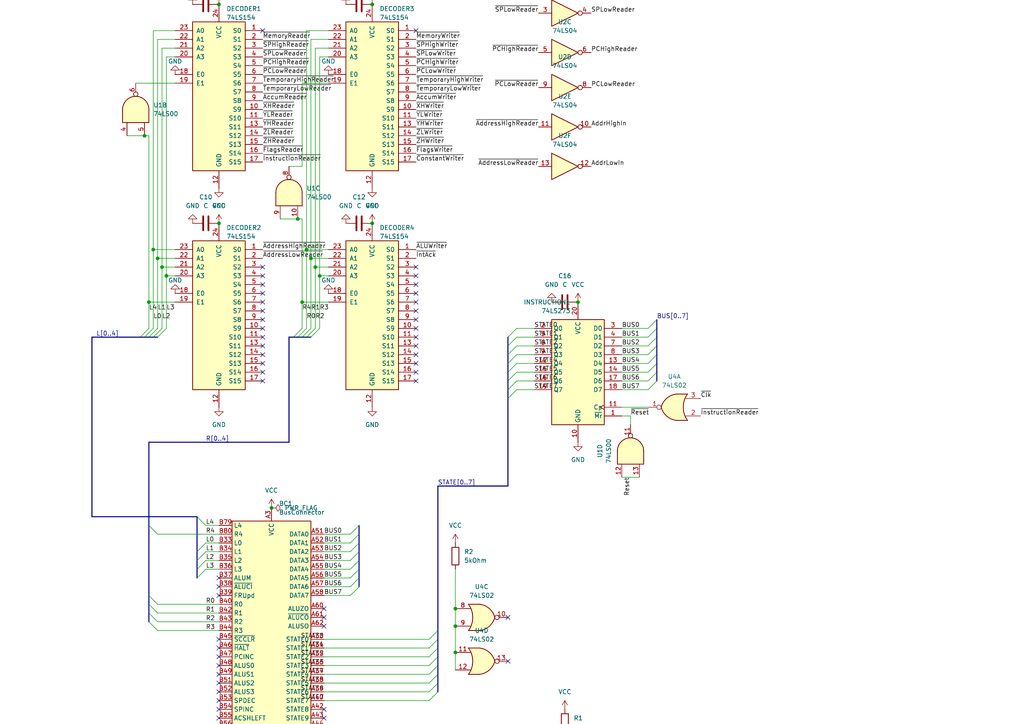
<source format=kicad_sch>
(kicad_sch (version 20250114) (generator "eeschema") (generator_version "9.0")
  (paper "A4")
  (junction (at 78.74 147.32))
  (junction (at 205.74 247.65))
  (junction (at 181.61 250.19))
  (junction (at 90.17 74.93))
  (junction (at 87.63 87.63))
  (junction (at 228.6 247.65))
  (junction (at 88.9 72.39))
  (junction (at 92.71 80.01))
  (junction (at 251.46 247.65))
  (junction (at 41.91 39.37))
  (junction (at 91.44 77.47))
  (junction (at 107.95 64.77))
  (junction (at 63.5 1.27))
  (junction (at 78.74 284.48))
  (junction (at 46.99 77.47))
  (junction (at 167.64 87.63))
  (junction (at 48.26 80.01))
  (junction (at 132.08 181.61))
  (junction (at 132.08 176.53))
  (junction (at 43.18 87.63))
  (junction (at 44.45 72.39))
  (junction (at 45.72 74.93))
  (junction (at 132.08 189.23))
  (junction (at 86.36 63.5))
  (junction (at 107.95 1.27))
  (junction (at 63.5 64.77))
  (no_connect (at 120.65 77.47))
  (no_connect (at 120.65 107.95))
  (no_connect (at 63.5 167.64))
  (no_connect (at 63.5 172.72))
  (no_connect (at 120.65 90.17))
  (no_connect (at 76.2 100.33))
  (no_connect (at 120.65 102.87))
  (no_connect (at 76.2 110.49))
  (no_connect (at 120.65 100.33))
  (no_connect (at 213.36 224.79))
  (no_connect (at 63.5 218.44))
  (no_connect (at 63.5 193.04))
  (no_connect (at 93.98 208.28))
  (no_connect (at 63.5 208.28))
  (no_connect (at 93.98 213.36))
  (no_connect (at 76.2 105.41))
  (no_connect (at 76.2 92.71))
  (no_connect (at 76.2 107.95))
  (no_connect (at 63.5 200.66))
  (no_connect (at 120.65 87.63))
  (no_connect (at 120.65 82.55))
  (no_connect (at 93.98 181.61))
  (no_connect (at 63.5 220.98))
  (no_connect (at 76.2 85.09))
  (no_connect (at 63.5 187.96))
  (no_connect (at 63.5 198.12))
  (no_connect (at 120.65 110.49))
  (no_connect (at 76.2 97.79))
  (no_connect (at 76.2 102.87))
  (no_connect (at 93.98 218.44))
  (no_connect (at 120.65 95.25))
  (no_connect (at 120.65 92.71))
  (no_connect (at 63.5 195.58))
  (no_connect (at 120.65 97.79))
  (no_connect (at 63.5 205.74))
  (no_connect (at 93.98 215.9))
  (no_connect (at 93.98 220.98))
  (no_connect (at 120.65 105.41))
  (no_connect (at 93.98 210.82))
  (no_connect (at 120.65 8.89))
  (no_connect (at 63.5 276.86))
  (no_connect (at 120.65 80.01))
  (no_connect (at 76.2 87.63))
  (no_connect (at 147.32 191.77))
  (no_connect (at 63.5 185.42))
  (no_connect (at 147.32 179.07))
  (no_connect (at 120.65 85.09))
  (no_connect (at 63.5 190.5))
  (no_connect (at 76.2 80.01))
  (no_connect (at 93.98 274.32))
  (no_connect (at 63.5 203.2))
  (no_connect (at 198.12 219.71))
  (no_connect (at 63.5 210.82))
  (no_connect (at 76.2 8.89))
  (no_connect (at 156.21 222.25))
  (no_connect (at 76.2 77.47))
  (no_connect (at 63.5 170.18))
  (no_connect (at 93.98 179.07))
  (no_connect (at 213.36 219.71))
  (no_connect (at 205.74 214.63))
  (no_connect (at 198.12 224.79))
  (no_connect (at 93.98 176.53))
  (no_connect (at 76.2 90.17))
  (no_connect (at 76.2 95.25))
  (no_connect (at 213.36 222.25))
  (no_connect (at 76.2 82.55))
  (no_connect (at 93.98 205.74))
  (bus_entry (at 190.5 95.25) (size -2.54 2.54))
  (bus_entry (at 147.32 100.33) (size 2.54 -2.54))
  (bus_entry (at 190.5 92.71) (size -2.54 2.54))
  (bus_entry (at 43.18 180.34) (size 2.54 2.54))
  (bus_entry (at 44.45 97.79) (size 2.54 -2.54))
  (bus_entry (at 127 190.5) (size -2.54 2.54))
  (bus_entry (at 147.32 105.41) (size 2.54 -2.54))
  (bus_entry (at 147.32 113.03) (size 2.54 -2.54))
  (bus_entry (at 104.14 162.56) (size -2.54 2.54))
  (bus_entry (at 87.63 97.79) (size 2.54 -2.54))
  (bus_entry (at 86.36 97.79) (size 2.54 -2.54))
  (bus_entry (at 43.18 97.79) (size 2.54 -2.54))
  (bus_entry (at 104.14 152.4) (size -2.54 2.54))
  (bus_entry (at 43.18 172.72) (size 2.54 2.54))
  (bus_entry (at 57.15 165.1) (size 2.54 -2.54))
  (bus_entry (at 85.09 97.79) (size 2.54 -2.54))
  (bus_entry (at 104.14 160.02) (size -2.54 2.54))
  (bus_entry (at 190.5 110.49) (size -2.54 2.54))
  (bus_entry (at 57.15 149.86) (size 2.54 2.54))
  (bus_entry (at 104.14 154.94) (size -2.54 2.54))
  (bus_entry (at 147.32 97.79) (size 2.54 -2.54))
  (bus_entry (at 57.15 167.64) (size 2.54 -2.54))
  (bus_entry (at 147.32 115.57) (size 2.54 -2.54))
  (bus_entry (at 104.14 170.18) (size -2.54 2.54))
  (bus_entry (at 127 200.66) (size -2.54 2.54))
  (bus_entry (at 57.15 160.02) (size 2.54 -2.54))
  (bus_entry (at 127 198.12) (size -2.54 2.54))
  (bus_entry (at 127 193.04) (size -2.54 2.54))
  (bus_entry (at 147.32 110.49) (size 2.54 -2.54))
  (bus_entry (at 147.32 102.87) (size 2.54 -2.54))
  (bus_entry (at 43.18 177.8) (size 2.54 2.54))
  (bus_entry (at 127 185.42) (size -2.54 2.54))
  (bus_entry (at 41.91 97.79) (size 2.54 -2.54))
  (bus_entry (at 127 182.88) (size -2.54 2.54))
  (bus_entry (at 40.64 97.79) (size 2.54 -2.54))
  (bus_entry (at 127 187.96) (size -2.54 2.54))
  (bus_entry (at 190.5 107.95) (size -2.54 2.54))
  (bus_entry (at 104.14 167.64) (size -2.54 2.54))
  (bus_entry (at 45.72 97.79) (size 2.54 -2.54))
  (bus_entry (at 90.17 97.79) (size 2.54 -2.54))
  (bus_entry (at 104.14 165.1) (size -2.54 2.54))
  (bus_entry (at 190.5 97.79) (size -2.54 2.54))
  (bus_entry (at 57.15 162.56) (size 2.54 -2.54))
  (bus_entry (at 190.5 102.87) (size -2.54 2.54))
  (bus_entry (at 43.18 152.4) (size 2.54 2.54))
  (bus_entry (at 190.5 105.41) (size -2.54 2.54))
  (bus_entry (at 127 195.58) (size -2.54 2.54))
  (bus_entry (at 147.32 107.95) (size 2.54 -2.54))
  (bus_entry (at 43.18 175.26) (size 2.54 2.54))
  (bus_entry (at 88.9 97.79) (size 2.54 -2.54))
  (bus_entry (at 190.5 100.33) (size -2.54 2.54))
  (bus_entry (at 104.14 157.48) (size -2.54 2.54))
  (wire (pts (xy 87.63 87.63) (xy 95.25 87.63)))
  (wire (pts (xy 59.69 162.56) (xy 63.5 162.56)))
  (bus (pts (xy 127 182.88) (xy 127 140.97)))
  (wire (pts (xy 176.53 224.79) (xy 171.45 224.79)))
  (wire (pts (xy 86.36 63.5) (xy 87.63 63.5)))
  (wire (pts (xy 171.45 227.33) (xy 173.99 227.33)))
  (wire (pts (xy 44.45 72.39) (xy 44.45 8.89)))
  (wire (pts (xy 149.86 107.95) (xy 154.94 107.95)))
  (bus (pts (xy 190.5 107.95) (xy 190.5 110.49)))
  (wire (pts (xy 180.34 100.33) (xy 187.96 100.33)))
  (wire (pts (xy 180.34 107.95) (xy 187.96 107.95)))
  (bus (pts (xy 88.9 97.79) (xy 87.63 97.79)))
  (wire (pts (xy 93.98 154.94) (xy 101.6 154.94)))
  (wire (pts (xy 149.86 97.79) (xy 154.94 97.79)))
  (wire (pts (xy 48.26 80.01) (xy 48.26 95.25)))
  (bus (pts (xy 43.18 177.8) (xy 43.18 175.26)))
  (bus (pts (xy 83.82 128.27) (xy 43.18 128.27)))
  (wire (pts (xy 50.8 16.51) (xy 48.26 16.51)))
  (wire (pts (xy 180.34 113.03) (xy 187.96 113.03)))
  (bus (pts (xy 104.14 154.94) (xy 104.14 157.48)))
  (wire (pts (xy 95.25 72.39) (xy 88.9 72.39)))
  (wire (pts (xy 149.86 110.49) (xy 154.94 110.49)))
  (wire (pts (xy 95.25 11.43) (xy 90.17 11.43)))
  (wire (pts (xy 124.46 200.66) (xy 93.98 200.66)))
  (wire (pts (xy 124.46 187.96) (xy 93.98 187.96)))
  (wire (pts (xy 87.63 24.13) (xy 95.25 24.13)))
  (bus (pts (xy 86.36 97.79) (xy 85.09 97.79)))
  (wire (pts (xy 93.98 170.18) (xy 101.6 170.18)))
  (wire (pts (xy 92.71 80.01) (xy 95.25 80.01)))
  (bus (pts (xy 127 140.97) (xy 147.32 140.97)))
  (wire (pts (xy 59.69 152.4) (xy 63.5 152.4)))
  (wire (pts (xy 187.96 118.11) (xy 180.34 118.11)))
  (wire (pts (xy 180.34 110.49) (xy 187.96 110.49)))
  (wire (pts (xy 163.83 213.36) (xy 163.83 217.17)))
  (wire (pts (xy 180.34 102.87) (xy 187.96 102.87)))
  (bus (pts (xy 190.5 92.71) (xy 190.5 95.25)))
  (bus (pts (xy 83.82 97.79) (xy 83.82 128.27)))
  (wire (pts (xy 124.46 193.04) (xy 93.98 193.04)))
  (wire (pts (xy 93.98 223.52) (xy 124.46 223.52)))
  (wire (pts (xy 91.44 77.47) (xy 91.44 95.25)))
  (wire (pts (xy 153.67 227.33) (xy 156.21 227.33)))
  (bus (pts (xy 57.15 162.56) (xy 57.15 160.02)))
  (wire (pts (xy 91.44 13.97) (xy 95.25 13.97)))
  (wire (pts (xy 182.88 123.19) (xy 182.88 120.65)))
  (bus (pts (xy 104.14 160.02) (xy 104.14 162.56)))
  (bus (pts (xy 104.14 167.64) (xy 104.14 170.18)))
  (wire (pts (xy 92.71 80.01) (xy 92.71 95.25)))
  (bus (pts (xy 147.32 107.95) (xy 147.32 110.49)))
  (wire (pts (xy 45.72 182.88) (xy 63.5 182.88)))
  (wire (pts (xy 138.43 229.87) (xy 124.46 229.87)))
  (wire (pts (xy 124.46 198.12) (xy 93.98 198.12)))
  (bus (pts (xy 26.67 97.79) (xy 40.64 97.79)))
  (wire (pts (xy 45.72 180.34) (xy 63.5 180.34)))
  (bus (pts (xy 86.36 97.79) (xy 87.63 97.79)))
  (wire (pts (xy 50.8 77.47) (xy 46.99 77.47)))
  (wire (pts (xy 44.45 8.89) (xy 50.8 8.89)))
  (wire (pts (xy 149.86 100.33) (xy 154.94 100.33)))
  (wire (pts (xy 87.63 63.5) (xy 87.63 87.63)))
  (wire (pts (xy 59.69 160.02) (xy 63.5 160.02)))
  (wire (pts (xy 92.71 16.51) (xy 92.71 80.01)))
  (wire (pts (xy 182.88 120.65) (xy 180.34 120.65)))
  (wire (pts (xy 180.34 95.25) (xy 187.96 95.25)))
  (wire (pts (xy 45.72 154.94) (xy 63.5 154.94)))
  (bus (pts (xy 43.18 175.26) (xy 43.18 172.72)))
  (bus (pts (xy 147.32 105.41) (xy 147.32 107.95)))
  (wire (pts (xy 81.28 63.5) (xy 86.36 63.5)))
  (wire (pts (xy 41.91 39.37) (xy 43.18 39.37)))
  (wire (pts (xy 124.46 229.87) (xy 124.46 223.52)))
  (wire (pts (xy 43.18 87.63) (xy 43.18 95.25)))
  (bus (pts (xy 41.91 97.79) (xy 43.18 97.79)))
  (bus (pts (xy 104.14 157.48) (xy 104.14 160.02)))
  (wire (pts (xy 87.63 87.63) (xy 87.63 95.25)))
  (wire (pts (xy 93.98 160.02) (xy 101.6 160.02)))
  (wire (pts (xy 171.45 222.25) (xy 173.99 222.25)))
  (bus (pts (xy 127 193.04) (xy 127 190.5)))
  (bus (pts (xy 147.32 97.79) (xy 147.32 100.33)))
  (wire (pts (xy 90.17 74.93) (xy 95.25 74.93)))
  (wire (pts (xy 44.45 72.39) (xy 44.45 95.25)))
  (wire (pts (xy 46.99 77.47) (xy 46.99 13.97)))
  (bus (pts (xy 43.18 128.27) (xy 43.18 152.4)))
  (bus (pts (xy 90.17 97.79) (xy 88.9 97.79)))
  (wire (pts (xy 180.34 105.41) (xy 187.96 105.41)))
  (wire (pts (xy 90.17 11.43) (xy 90.17 74.93)))
  (wire (pts (xy 132.08 165.1) (xy 132.08 176.53)))
  (bus (pts (xy 127 185.42) (xy 127 182.88)))
  (wire (pts (xy 45.72 177.8) (xy 63.5 177.8)))
  (wire (pts (xy 46.99 13.97) (xy 50.8 13.97)))
  (wire (pts (xy 93.98 157.48) (xy 101.6 157.48)))
  (wire (pts (xy 95.25 77.47) (xy 91.44 77.47)))
  (wire (pts (xy 87.63 48.26) (xy 87.63 24.13)))
  (bus (pts (xy 127 200.66) (xy 127 198.12)))
  (wire (pts (xy 90.17 74.93) (xy 90.17 95.25)))
  (wire (pts (xy 45.72 11.43) (xy 45.72 74.93)))
  (wire (pts (xy 45.72 175.26) (xy 63.5 175.26)))
  (wire (pts (xy 83.82 48.26) (xy 87.63 48.26)))
  (wire (pts (xy 50.8 72.39) (xy 44.45 72.39)))
  (bus (pts (xy 43.18 180.34) (xy 43.18 177.8)))
  (wire (pts (xy 124.46 190.5) (xy 93.98 190.5)))
  (bus (pts (xy 127 195.58) (xy 127 193.04)))
  (wire (pts (xy 132.08 181.61) (xy 132.08 189.23)))
  (wire (pts (xy 43.18 87.63) (xy 50.8 87.63)))
  (wire (pts (xy 93.98 162.56) (xy 101.6 162.56)))
  (wire (pts (xy 59.69 157.48) (xy 63.5 157.48)))
  (wire (pts (xy 45.72 74.93) (xy 50.8 74.93)))
  (wire (pts (xy 93.98 172.72) (xy 101.6 172.72)))
  (bus (pts (xy 190.5 105.41) (xy 190.5 107.95)))
  (wire (pts (xy 149.86 102.87) (xy 154.94 102.87)))
  (bus (pts (xy 147.32 110.49) (xy 147.32 113.03)))
  (bus (pts (xy 127 190.5) (xy 127 187.96)))
  (bus (pts (xy 147.32 115.57) (xy 147.32 140.97)))
  (bus (pts (xy 147.32 102.87) (xy 147.32 105.41)))
  (wire (pts (xy 36.83 39.37) (xy 41.91 39.37)))
  (bus (pts (xy 127 187.96) (xy 127 185.42)))
  (bus (pts (xy 44.45 97.79) (xy 45.72 97.79)))
  (wire (pts (xy 95.25 16.51) (xy 92.71 16.51)))
  (wire (pts (xy 39.37 24.13) (xy 50.8 24.13)))
  (wire (pts (xy 191.77 222.25) (xy 191.77 227.33)))
  (bus (pts (xy 104.14 152.4) (xy 104.14 154.94)))
  (bus (pts (xy 190.5 102.87) (xy 190.5 105.41)))
  (wire (pts (xy 124.46 195.58) (xy 93.98 195.58)))
  (wire (pts (xy 88.9 72.39) (xy 88.9 95.25)))
  (bus (pts (xy 127 198.12) (xy 127 195.58)))
  (wire (pts (xy 132.08 176.53) (xy 132.08 181.61)))
  (bus (pts (xy 85.09 97.79) (xy 83.82 97.79)))
  (wire (pts (xy 46.99 77.47) (xy 46.99 95.25)))
  (bus (pts (xy 40.64 97.79) (xy 41.91 97.79)))
  (bus (pts (xy 57.15 149.86) (xy 57.15 160.02)))
  (bus (pts (xy 147.32 100.33) (xy 147.32 102.87)))
  (bus (pts (xy 57.15 165.1) (xy 57.15 162.56)))
  (wire (pts (xy 50.8 11.43) (xy 45.72 11.43)))
  (wire (pts (xy 48.26 80.01) (xy 50.8 80.01)))
  (wire (pts (xy 149.86 113.03) (xy 154.94 113.03)))
  (bus (pts (xy 26.67 97.79) (xy 26.67 149.86)))
  (wire (pts (xy 180.34 138.43) (xy 185.42 138.43)))
  (wire (pts (xy 124.46 203.2) (xy 93.98 203.2)))
  (wire (pts (xy 59.69 165.1) (xy 63.5 165.1)))
  (bus (pts (xy 147.32 113.03) (xy 147.32 115.57)))
  (bus (pts (xy 57.15 167.64) (xy 57.15 165.1)))
  (wire (pts (xy 132.08 189.23) (xy 132.08 194.31)))
  (wire (pts (xy 93.98 165.1) (xy 101.6 165.1)))
  (wire (pts (xy 48.26 16.51) (xy 48.26 80.01)))
  (wire (pts (xy 180.34 97.79) (xy 187.96 97.79)))
  (bus (pts (xy 190.5 100.33) (xy 190.5 102.87)))
  (wire (pts (xy 124.46 185.42) (xy 93.98 185.42)))
  (wire (pts (xy 43.18 39.37) (xy 43.18 87.63)))
  (bus (pts (xy 43.18 152.4) (xy 43.18 172.72)))
  (wire (pts (xy 149.86 105.41) (xy 154.94 105.41)))
  (wire (pts (xy 88.9 8.89) (xy 95.25 8.89)))
  (bus (pts (xy 190.5 97.79) (xy 190.5 100.33)))
  (bus (pts (xy 190.5 95.25) (xy 190.5 97.79)))
  (bus (pts (xy 104.14 165.1) (xy 104.14 167.64)))
  (wire (pts (xy 45.72 74.93) (xy 45.72 95.25)))
  (wire (pts (xy 91.44 77.47) (xy 91.44 13.97)))
  (bus (pts (xy 104.14 162.56) (xy 104.14 165.1)))
  (wire (pts (xy 93.98 167.64) (xy 101.6 167.64)))
  (wire (pts (xy 149.86 95.25) (xy 154.94 95.25)))
  (bus (pts (xy 26.67 149.86) (xy 57.15 149.86)))
  (bus (pts (xy 43.18 97.79) (xy 44.45 97.79)))
  (wire (pts (xy 88.9 72.39) (xy 88.9 8.89)))
  (label "~{Reset}" (at 182.88 120.65 0))
  (label "~{MemoryReader}" (at 76.2 11.43 0))
  (label "STATE7" (at 93.98 203.2 180))
  (label "~{ZHWriter}" (at 120.65 41.91 0))
  (label "AddrLowIn" (at 93.98 267.97 0))
  (label "R2" (at 59.69 180.34 0))
  (label "BUS4" (at 93.98 165.1 0))
  (label "~{PCHighReader}" (at 76.2 19.05 0))
  (label "~{PCHighWriter}" (at 63.5 234.95 180))
  (label "~{ZLWriter}" (at 120.65 39.37 0))
  (label "PCHighReader" (at 93.98 234.95 0))
  (label "STATE2" (at 93.98 190.5 180))
  (label "STATE5" (at 93.98 198.12 180))
  (label "~{ZLReader}" (at 93.98 255.27 0))
  (label "AddrHighIn" (at 93.98 265.43 0))
  (label "STATE1" (at 93.98 187.96 180))
  (label "BUS1" (at 180.34 97.79 0))
  (label "BUS0" (at 93.98 154.94 0))
  (label "~{YLWriter}" (at 63.5 250.19 180))
  (label "STATE[0..7]" (at 127 140.97 0))
  (label "R4" (at 59.69 154.94 0))
  (label "BUS5" (at 93.98 167.64 0))
  (label "BUS2" (at 180.34 100.33 0))
  (label "~{TemporaryLowReader}" (at 76.2 26.67 0))
  (label "SPHighReader" (at 93.98 229.87 0))
  (label "Reset" (at 93.98 276.86 0))
  (label "SPHighReader" (at 171.45 -7.62 0))
  (label "L3" (at 59.69 165.1 0))
  (label "~{InstructionReader}" (at 203.2 120.65 0))
  (label "~{XHReader}" (at 76.2 31.75 0))
  (label "~{AddressHighReader}" (at 156.21 36.83 180))
  (label "~{InstructionReader}" (at 76.2 46.99 0))
  (label "BUS3" (at 93.98 162.56 0))
  (label "STATE3" (at 154.94 102.87 0))
  (label "~{SPLowReader}" (at 76.2 16.51 0))
  (label "~{ALUWriter}" (at 63.5 265.43 180))
  (label "STATE6" (at 154.94 110.49 0))
  (label "~{ZHReader}" (at 93.98 257.81 0))
  (label "STATE7" (at 154.94 113.03 0))
  (label "R[0..4]" (at 59.69 128.27 0))
  (label "STATE2" (at 154.94 100.33 0))
  (label "BUS7" (at 180.34 113.03 0))
  (label "R4" (at 87.63 90.17 0))
  (label "~{FlagsWriter}" (at 120.65 44.45 0))
  (label "L4" (at 59.69 152.4 0))
  (label "R1" (at 59.69 177.8 0))
  (label "STATE1" (at 154.94 97.79 0))
  (label "~{AddressHighReader}" (at 76.2 72.39 0))
  (label "~{TemporaryHighReader}" (at 93.98 240.03 0))
  (label "~{Reset}" (at 163.83 232.41 270))
  (label "BUS3" (at 180.34 102.87 0))
  (label "L2" (at 46.99 92.71 0))
  (label "L0" (at 59.69 157.48 0))
  (label "R0" (at 59.69 175.26 0))
  (label "L2" (at 59.69 162.56 0))
  (label "~{IntAck}" (at 120.65 74.93 0))
  (label "~{InstructionReader}" (at 93.98 262.89 0))
  (label "~{YHReader}" (at 93.98 252.73 0))
  (label "~{AddressLowReader}" (at 76.2 74.93 0))
  (label "~{ConstantWriter}" (at 120.65 46.99 0))
  (label "~{ALUWriter}" (at 120.65 72.39 0))
  (label "~{ZLWriter}" (at 63.5 255.27 180))
  (label "~{IntDisable}" (at 173.99 222.25 0))
  (label "~{PCLowReader}" (at 76.2 21.59 0))
  (label "BUS6" (at 180.34 110.49 0))
  (label "~{AccumReader}" (at 93.98 245.11 0))
  (label "~{ZHWriter}" (at 63.5 257.81 180))
  (label "~{FlagsReader}" (at 76.2 44.45 0))
  (label "L3" (at 48.26 90.17 0))
  (label "BUS4" (at 180.34 105.41 0))
  (label "~{AccumWriter}" (at 63.5 245.11 180))
  (label "~{FlagsReader}" (at 93.98 260.35 0))
  (label "~{MemoryWriter}" (at 120.65 11.43 0))
  (label "~{PCHighWriter}" (at 120.65 19.05 0))
  (label "~{IntAck}" (at 63.5 267.97 180))
  (label "PCLowReader" (at 171.45 25.4 0))
  (label "~{YHWriter}" (at 120.65 36.83 0))
  (label "~{PCHighReader}" (at 156.21 15.24 180))
  (label "~{SPLowReader}" (at 156.21 3.81 180))
  (label "BUS5" (at 180.34 107.95 0))
  (label "BUS[0..7]" (at 190.5 92.71 0))
  (label "~{MemoryReader}" (at 93.98 227.33 0))
  (label "~{XHReader}" (at 93.98 247.65 0))
  (label "~{TemporaryHighWriter}" (at 63.5 240.03 180))
  (label "L0" (at 44.45 92.71 0))
  (label "~{Clk}" (at 63.5 274.32 180))
  (label "~{ZLReader}" (at 76.2 39.37 0))
  (label "IntEnable" (at 63.5 213.36 180))
  (label "AddrHighIn" (at 171.45 36.83 0))
  (label "STATE4" (at 93.98 195.58 180))
  (label "L[0..4]" (at 27.94 97.79 0))
  (label "R3" (at 92.71 90.17 0))
  (label "L1" (at 59.69 160.02 0))
  (label "~{YLReader}" (at 93.98 250.19 0))
  (label "~{ZHReader}" (at 76.2 41.91 0))
  (label "R1" (at 90.17 90.17 0))
  (label "BUS6" (at 93.98 170.18 0))
  (label "~{SPLowWriter}" (at 63.5 232.41 180))
  (label "L1" (at 45.72 90.17 0))
  (label "~{SPLowWriter}" (at 120.65 16.51 0))
  (label "~{Clk}" (at 203.2 115.57 0))
  (label "IRQ" (at 93.98 271.78 0))
  (label "STATE4" (at 154.94 105.41 0))
  (label "IntEnable" (at 173.99 227.33 0))
  (label "STATE0" (at 93.98 185.42 180))
  (label "~{PCLowWriter}" (at 120.65 21.59 0))
  (label "~{XHWriter}" (at 120.65 31.75 0))
  (label "R3" (at 59.69 182.88 0))
  (label "~{AccumReader}" (at 76.2 29.21 0))
  (label "~{SPHighReader}" (at 76.2 13.97 0))
  (label "~{FlagsWriter}" (at 63.5 260.35 180))
  (label "~{SPHighWriter}" (at 63.5 229.87 180))
  (label "~{AccumWriter}" (at 120.65 29.21 0))
  (label "SPLowReader" (at 171.45 3.81 0))
  (label "~{TemporaryHighWriter}" (at 120.65 24.13 0))
  (label "L4" (at 43.18 90.17 0))
  (label "~{XHWriter}" (at 63.5 247.65 180))
  (label "BUS7" (at 93.98 172.72 0))
  (label "BUS2" (at 93.98 160.02 0))
  (label "AddrLowIn" (at 171.45 48.26 0))
  (label "~{IntDisable}" (at 63.5 215.9 180))
  (label "~{TemporaryLowWriter}" (at 63.5 242.57 180))
  (label "STATE6" (at 93.98 200.66 180))
  (label "PCLowReader" (at 93.98 237.49 0))
  (label "~{AddressLowReader}" (at 156.21 48.26 180))
  (label "STATE5" (at 154.94 107.95 0))
  (label "Reset" (at 182.88 138.43 270))
  (label "~{SPHighWriter}" (at 120.65 13.97 0))
  (label "~{YLReader}" (at 76.2 34.29 0))
  (label "R0" (at 88.9 92.71 0))
  (label "IRQ" (at 153.67 232.41 0))
  (label "~{PCLowWriter}" (at 63.5 237.49 180))
  (label "STATE3" (at 93.98 193.04 180))
  (label "~{YHReader}" (at 76.2 36.83 0))
  (label "BUS0" (at 180.34 95.25 0))
  (label "BUS1" (at 93.98 157.48 0))
  (label "~{Clk}" (at 191.77 224.79 0))
  (label "~{ConstantWriter}" (at 63.5 262.89 180))
  (label "R2" (at 91.44 92.71 0))
  (label "~{TemporaryHighReader}" (at 76.2 24.13 0))
  (label "~{YLWriter}" (at 120.65 34.29 0))
  (label "~{PCLowReader}" (at 156.21 25.4 180))
  (label "~{MemoryWriter}" (at 63.5 227.33 180))
  (label "SPLowReader" (at 93.98 232.41 0))
  (label "~{YHWriter}" (at 63.5 252.73 180))
  (label "~{TemporaryLowWriter}" (at 120.65 26.67 0))
  (label "~{TemporaryLowReader}" (at 93.98 242.57 0))
  (label "~{SPHighReader}" (at 156.21 -7.62 180))
  (label "PCHighReader" (at 171.45 15.24 0))
  (label "STATE0" (at 154.94 95.25 0))
  (symbol (lib_id "power:GND") (at 181.61 270.51 0) (unit 1)
    (property "Reference" "#PWR05" (effects (hide yes)))
    (property "Value" "GND" (at 181.61 275.59 0))
    (property "Description" "Power symbol creates a global label with name \"GND\" , ground" (effects (hide yes)))
  )
  (symbol (lib_id "power:GND") (at 228.6 273.05 0) (unit 1)
    (property "Reference" "#PWR015" (effects (hide yes)))
    (property "Value" "GND" (at 228.6 278.13 0))
    (property "Description" "Power symbol creates a global label with name \"GND\" , ground" (effects (hide yes)))
  )
  (symbol (lib_id "74xx:74LS00") (at 228.6 260.35 0) (unit 5)
    (property "Reference" "U1" (at 234.95 259.0799 0) (effects (justify left)))
    (property "Value" "74LS00" (at 234.95 261.6199 0) (effects (justify left)))
    (property "Footprint" "Package_DIP:DIP-14_W7.62mm_Socket_LongPads" (effects (hide yes)))
    (property "Datasheet" "http://www.ti.com/lit/gpn/sn74ls00" (effects (hide yes)))
    (property "Description" "quad 2-input NAND gate" (effects (hide yes)))
  )
  (symbol (lib_id "Device:R") (at 132.08 161.29 0) (unit 1)
    (property "Reference" "R2" (at 134.62 160.0199 0) (effects (justify left)))
    (property "Value" "5kOhm" (at 134.62 162.5599 0) (effects (justify left)))
    (property "Description" "Resistor" (effects (hide yes)))
  )
  (symbol (lib_id "Device:C") (at 59.69 1.27 270) (unit 1)
    (property "Reference" "C9" (at 59.69 -6.35 90))
    (property "Value" "C" (at 59.69 -3.81 90))
    (property "Description" "Unpolarized capacitor" (effects (hide yes)))
  )
  (symbol (lib_id "power:GND") (at 205.74 229.87 0) (unit 1)
    (property "Reference" "#PWR04" (effects (hide yes)))
    (property "Value" "GND" (at 205.74 234.95 0))
    (property "Description" "Power symbol creates a global label with name \"GND\" , ground" (effects (hide yes)))
  )
  (symbol (lib_id "power:VCC") (at 205.74 247.65 0) (unit 1)
    (property "Reference" "#PWR09" (effects (hide yes)))
    (property "Value" "VCC" (at 205.74 242.57 0))
    (property "Description" "Power symbol creates a global label with name \"VCC\"" (effects (hide yes)))
  )
  (symbol (lib_id "Device:C") (at 59.69 64.77 270) (unit 1)
    (property "Reference" "C10" (at 59.69 57.15 90))
    (property "Value" "C" (at 59.69 59.69 90))
    (property "Description" "Unpolarized capacitor" (effects (hide yes)))
  )
  (symbol (lib_id "74xx:74LS02") (at 184.15 224.79 180) (unit 2)
    (property "Reference" "U4" (at 184.15 215.9 0))
    (property "Value" "74LS02" (at 184.15 218.44 0))
    (property "Footprint" "Package_DIP:DIP-14_W7.62mm_Socket_LongPads" (effects (hide yes)))
    (property "Datasheet" "http://www.ti.com/lit/gpn/sn74ls02" (effects (hide yes)))
    (property "Description" "quad 2-input NOR gate" (effects (hide yes)))
  )
  (symbol (lib_id "power:GND") (at 220.98 247.65 180) (unit 1)
    (property "Reference" "#PWR010" (effects (hide yes)))
    (property "Value" "GND" (at 220.98 242.57 0))
    (property "Description" "Power symbol creates a global label with name \"GND\" , ground" (effects (hide yes)))
  )
  (symbol (lib_id "power:GND") (at 55.88 64.77 180) (unit 1)
    (property "Reference" "#PWR084" (effects (hide yes)))
    (property "Value" "GND" (at 55.88 59.69 0))
    (property "Description" "Power symbol creates a global label with name \"GND\" , ground" (effects (hide yes)))
  )
  (symbol (lib_id "74xx:74LS154") (at 107.95 90.17 0) (unit 1)
    (property "Reference" "DECODER4" (at 110.0933 66.04 0) (effects (justify left)))
    (property "Value" "74LS154" (at 110.0933 68.58 0) (effects (justify left)))
    (property "Footprint" "Package_DIP:DIP-24_W7.62mm_Socket_LongPads" (effects (hide yes)))
    (property "Datasheet" "http://www.ti.com/lit/gpn/sn74LS154" (effects (hide yes)))
    (property "Description" "Decoder 4 to 16" (effects (hide yes)))
  )
  (symbol (lib_id "74xx:74LS04") (at 163.83 36.83 0) (unit 5)
    (property "Reference" "U2" (at 163.83 27.94 0))
    (property "Value" "74LS04" (at 163.83 30.48 0))
    (property "Footprint" "Package_DIP:DIP-14_W7.62mm_Socket_LongPads" (effects (hide yes)))
    (property "Datasheet" "http://www.ti.com/lit/gpn/sn74LS04" (effects (hide yes)))
    (property "Description" "Hex Inverter" (effects (hide yes)))
  )
  (symbol (lib_id "power:VCC") (at 181.61 250.19 0) (unit 1)
    (property "Reference" "#PWR07" (effects (hide yes)))
    (property "Value" "VCC" (at 181.61 245.11 0))
    (property "Description" "Power symbol creates a global label with name \"VCC\"" (effects (hide yes)))
  )
  (symbol (lib_id "74xx:74LS02") (at 195.58 118.11 180) (unit 1)
    (property "Reference" "U4" (at 195.58 109.22 0))
    (property "Value" "74LS02" (at 195.58 111.76 0))
    (property "Footprint" "Package_DIP:DIP-14_W7.62mm_Socket_LongPads" (effects (hide yes)))
    (property "Datasheet" "http://www.ti.com/lit/gpn/sn74ls02" (effects (hide yes)))
    (property "Description" "quad 2-input NOR gate" (effects (hide yes)))
  )
  (symbol (lib_id "74xx:74LS02") (at 205.74 260.35 0) (unit 5)
    (property "Reference" "U4" (at 212.09 259.0799 0) (effects (justify left)))
    (property "Value" "74LS02" (at 212.09 261.6199 0) (effects (justify left)))
    (property "Footprint" "Package_DIP:DIP-14_W7.62mm_Socket_LongPads" (effects (hide yes)))
    (property "Datasheet" "http://www.ti.com/lit/gpn/sn74ls02" (effects (hide yes)))
    (property "Description" "quad 2-input NOR gate" (effects (hide yes)))
  )
  (symbol (lib_id "power:VCC") (at 107.95 1.27 0) (unit 1)
    (property "Reference" "#PWR046" (effects (hide yes)))
    (property "Value" "VCC" (at 107.95 -3.81 0))
    (property "Description" "Power symbol creates a global label with name \"VCC\"" (effects (hide yes)))
  )
  (symbol (lib_id "power:GND") (at 243.84 247.65 180) (unit 1)
    (property "Reference" "#PWR012" (effects (hide yes)))
    (property "Value" "GND" (at 243.84 242.57 0))
    (property "Description" "Power symbol creates a global label with name \"GND\" , ground" (effects (hide yes)))
  )
  (symbol (lib_id "74xx:74LS154") (at 63.5 90.17 0) (unit 1)
    (property "Reference" "DECODER2" (at 65.6433 66.04 0) (effects (justify left)))
    (property "Value" "74LS154" (at 65.6433 68.58 0) (effects (justify left)))
    (property "Footprint" "Package_DIP:DIP-24_W7.62mm_Socket_LongPads" (effects (hide yes)))
    (property "Datasheet" "http://www.ti.com/lit/gpn/sn74LS154" (effects (hide yes)))
    (property "Description" "Decoder 4 to 16" (effects (hide yes)))
  )
  (symbol (lib_id "power:GND") (at 173.99 250.19 180) (unit 1)
    (property "Reference" "#PWR06" (effects (hide yes)))
    (property "Value" "GND" (at 173.99 245.11 0))
    (property "Description" "Power symbol creates a global label with name \"GND\" , ground" (effects (hide yes)))
  )
  (symbol (lib_id "power:GND") (at 95.25 21.59 180) (unit 1)
    (property "Reference" "#PWR044" (effects (hide yes)))
    (property "Value" "GND" (at 95.25 17.78 0))
    (property "Description" "Power symbol creates a global label with name \"GND\" , ground" (effects (hide yes)))
  )
  (symbol (lib_id "74xx:74LS00") (at 83.82 55.88 90) (unit 3)
    (property "Reference" "U1" (at 88.9 54.6182 90) (effects (justify right)))
    (property "Value" "74LS00" (at 88.9 57.1582 90) (effects (justify right)))
    (property "Footprint" "Package_DIP:DIP-14_W7.62mm_Socket_LongPads" (effects (hide yes)))
    (property "Datasheet" "http://www.ti.com/lit/gpn/sn74ls00" (effects (hide yes)))
    (property "Description" "quad 2-input NAND gate" (effects (hide yes)))
  )
  (symbol (lib_id "power:GND") (at 100.33 64.77 180) (unit 1)
    (property "Reference" "#PWR086" (effects (hide yes)))
    (property "Value" "GND" (at 100.33 59.69 0))
    (property "Description" "Power symbol creates a global label with name \"GND\" , ground" (effects (hide yes)))
  )
  (symbol (lib_id "Device:C") (at 201.93 247.65 270) (unit 1)
    (property "Reference" "C2" (at 201.93 240.03 90))
    (property "Value" "C" (at 201.93 242.57 90))
    (property "Description" "Unpolarized capacitor" (effects (hide yes)))
  )
  (symbol (lib_id "Device:C") (at 104.14 1.27 270) (unit 1)
    (property "Reference" "C11" (at 104.14 -6.35 90))
    (property "Value" "C" (at 104.14 -3.81 90))
    (property "Description" "Unpolarized capacitor" (effects (hide yes)))
  )
  (symbol (lib_id "74xx:74LS02") (at 139.7 191.77 0) (unit 4)
    (property "Reference" "U4" (at 139.7 182.88 0))
    (property "Value" "74LS02" (at 139.7 185.42 0))
    (property "Footprint" "Package_DIP:DIP-14_W7.62mm_Socket_LongPads" (effects (hide yes)))
    (property "Datasheet" "http://www.ti.com/lit/gpn/sn74ls02" (effects (hide yes)))
    (property "Description" "quad 2-input NOR gate" (effects (hide yes)))
  )
  (symbol (lib_id "power:GND") (at 100.33 1.27 180) (unit 1)
    (property "Reference" "#PWR085" (effects (hide yes)))
    (property "Value" "GND" (at 100.33 -3.81 0))
    (property "Description" "Power symbol creates a global label with name \"GND\" , ground" (effects (hide yes)))
  )
  (symbol (lib_id "power:VCC") (at 228.6 247.65 0) (unit 1)
    (property "Reference" "#PWR011" (effects (hide yes)))
    (property "Value" "VCC" (at 228.6 242.57 0))
    (property "Description" "Power symbol creates a global label with name \"VCC\"" (effects (hide yes)))
  )
  (symbol (lib_id "74xx:74LS02") (at 139.7 179.07 0) (unit 3)
    (property "Reference" "U4" (at 139.7 170.18 0))
    (property "Value" "74LS02" (at 139.7 172.72 0))
    (property "Footprint" "Package_DIP:DIP-14_W7.62mm_Socket_LongPads" (effects (hide yes)))
    (property "Datasheet" "http://www.ti.com/lit/gpn/sn74ls02" (effects (hide yes)))
    (property "Description" "quad 2-input NOR gate" (effects (hide yes)))
  )
  (symbol (lib_id "74xx:74LS154") (at 63.5 26.67 0) (unit 1)
    (property "Reference" "DECODER1" (at 65.6433 2.54 0) (effects (justify left)))
    (property "Value" "74LS154" (at 65.6433 5.08 0) (effects (justify left)))
    (property "Footprint" "Package_DIP:DIP-24_W7.62mm_Socket_LongPads" (effects (hide yes)))
    (property "Datasheet" "http://www.ti.com/lit/gpn/sn74LS154" (effects (hide yes)))
    (property "Description" "Decoder 4 to 16" (effects (hide yes)))
  )
  (symbol (lib_id "74xx:74LS109") (at 205.74 222.25 0) (mirror y) (unit 2)
    (property "Reference" "U3" (at 208.8581 212.09 0) (effects (justify right)))
    (property "Value" "74LS109" (at 208.8581 214.63 0) (effects (justify right)))
    (property "Footprint" "Package_DIP:DIP-16_W7.62mm_Socket_LongPads" (effects (hide yes)))
    (property "Datasheet" "http://www.ti.com/lit/gpn/sn74LS109" (effects (hide yes)))
    (property "Description" "Dual JK Flip-Flop, Set & Reset" (effects (hide yes)))
  )
  (symbol (lib_id "power:GND") (at 205.74 273.05 0) (unit 1)
    (property "Reference" "#PWR014" (effects (hide yes)))
    (property "Value" "GND" (at 205.74 278.13 0))
    (property "Description" "Power symbol creates a global label with name \"GND\" , ground" (effects (hide yes)))
  )
  (symbol (lib_id "power:GND") (at 160.02 87.63 180) (unit 1)
    (property "Reference" "#PWR090" (effects (hide yes)))
    (property "Value" "GND" (at 160.02 82.55 0))
    (property "Description" "Power symbol creates a global label with name \"GND\" , ground" (effects (hide yes)))
  )
  (symbol (lib_id "power:GND") (at 95.25 85.09 180) (unit 1)
    (property "Reference" "#PWR045" (effects (hide yes)))
    (property "Value" "GND" (at 95.25 81.28 0))
    (property "Description" "Power symbol creates a global label with name \"GND\" , ground" (effects (hide yes)))
  )
  (symbol (lib_id "power:GND") (at 251.46 273.05 0) (unit 1)
    (property "Reference" "#PWR016" (effects (hide yes)))
    (property "Value" "GND" (at 251.46 278.13 0))
    (property "Description" "Power symbol creates a global label with name \"GND\" , ground" (effects (hide yes)))
  )
  (symbol (lib_id "74xx:74LS04") (at 251.46 260.35 0) (unit 7)
    (property "Reference" "U2" (at 257.81 259.0799 0) (effects (justify left)))
    (property "Value" "74LS04" (at 257.81 261.6199 0) (effects (justify left)))
    (property "Footprint" "Package_DIP:DIP-14_W7.62mm_Socket_LongPads" (effects (hide yes)))
    (property "Datasheet" "http://www.ti.com/lit/gpn/sn74LS04" (effects (hide yes)))
    (property "Description" "Hex Inverter" (effects (hide yes)))
  )
  (symbol (lib_id "74xx:74LS04") (at 163.83 3.81 0) (unit 2)
    (property "Reference" "U2" (at 163.83 -3.81 0))
    (property "Value" "74LS04" (at 163.83 -1.27 0))
    (property "Footprint" "Package_DIP:DIP-14_W7.62mm_Socket_LongPads" (effects (hide yes)))
    (property "Datasheet" "http://www.ti.com/lit/gpn/sn74LS04" (effects (hide yes)))
    (property "Description" "Hex Inverter" (effects (hide yes)))
  )
  (symbol (lib_id "power:VCC") (at 78.74 147.32 0) (unit 1)
    (property "Reference" "#PWR02" (effects (hide yes)))
    (property "Value" "VCC" (at 78.74 142.24 0))
    (property "Description" "Power symbol creates a global label with name \"VCC\"" (effects (hide yes)))
  )
  (symbol (lib_id "Device:C") (at 163.83 87.63 270) (unit 1)
    (property "Reference" "C16" (at 163.83 80.01 90))
    (property "Value" "C" (at 163.83 82.55 90))
    (property "Description" "Unpolarized capacitor" (effects (hide yes)))
  )
  (symbol (lib_id "74xx:74LS04") (at 163.83 -7.62 0) (unit 1)
    (property "Reference" "U2" (at 163.83 -15.24 0))
    (property "Value" "74LS04" (at 163.83 -12.7 0))
    (property "Footprint" "Package_DIP:DIP-14_W7.62mm_Socket_LongPads" (effects (hide yes)))
    (property "Datasheet" "http://www.ti.com/lit/gpn/sn74LS04" (effects (hide yes)))
    (property "Description" "Hex Inverter" (effects (hide yes)))
  )
  (symbol (lib_id "Device:C") (at 224.79 247.65 270) (unit 1)
    (property "Reference" "C3" (at 224.79 240.03 90))
    (property "Value" "C" (at 224.79 242.57 90))
    (property "Description" "Unpolarized capacitor" (effects (hide yes)))
  )
  (symbol (lib_id "Device:C") (at 177.8 250.19 270) (unit 1)
    (property "Reference" "C1" (at 177.8 242.57 90))
    (property "Value" "C" (at 177.8 245.11 90))
    (property "Description" "Unpolarized capacitor" (effects (hide yes)))
  )
  (symbol (lib_id "power:GND") (at 78.74 284.48 0) (unit 1)
    (property "Reference" "#PWR01" (effects (hide yes)))
    (property "Value" "GND" (at 78.74 289.56 0))
    (property "Description" "Power symbol creates a global label with name \"GND\" , ground" (effects (hide yes)))
  )
  (symbol (lib_id "74xx:74LS04") (at 163.83 25.4 0) (unit 4)
    (property "Reference" "U2" (at 163.83 16.51 0))
    (property "Value" "74LS04" (at 163.83 19.05 0))
    (property "Footprint" "Package_DIP:DIP-14_W7.62mm_Socket_LongPads" (effects (hide yes)))
    (property "Datasheet" "http://www.ti.com/lit/gpn/sn74LS04" (effects (hide yes)))
    (property "Description" "Hex Inverter" (effects (hide yes)))
  )
  (symbol (lib_id "power:GND") (at 167.64 128.27 0) (unit 1)
    (property "Reference" "#PWR03" (effects (hide yes)))
    (property "Value" "GND" (at 167.64 133.35 0))
    (property "Description" "Power symbol creates a global label with name \"GND\" , ground" (effects (hide yes)))
  )
  (symbol (lib_id "power:GND") (at 107.95 54.61 0) (unit 1)
    (property "Reference" "#PWR047" (effects (hide yes)))
    (property "Value" "GND" (at 107.95 59.69 0))
    (property "Description" "Power symbol creates a global label with name \"GND\" , ground" (effects (hide yes)))
  )
  (symbol (lib_id "power:GND") (at 50.8 21.59 180) (unit 1)
    (property "Reference" "#PWR042" (effects (hide yes)))
    (property "Value" "GND" (at 50.8 17.78 0))
    (property "Description" "Power symbol creates a global label with name \"GND\" , ground" (effects (hide yes)))
  )
  (symbol (lib_id "power:VCC") (at 251.46 247.65 0) (unit 1)
    (property "Reference" "#PWR013" (effects (hide yes)))
    (property "Value" "VCC" (at 251.46 242.57 0))
    (property "Description" "Power symbol creates a global label with name \"VCC\"" (effects (hide yes)))
  )
  (symbol (lib_id "Device:C") (at 104.14 64.77 270) (unit 1)
    (property "Reference" "C12" (at 104.14 57.15 90))
    (property "Value" "C" (at 104.14 59.69 90))
    (property "Description" "Unpolarized capacitor" (effects (hide yes)))
  )
  (symbol (lib_id "74xx:74LS109") (at 181.61 260.35 0) (mirror y) (unit 3)
    (property "Reference" "U3" (at 187.96 259.0799 0) (effects (justify right)))
    (property "Value" "74LS109" (at 187.96 261.6199 0) (effects (justify right)))
    (property "Footprint" "Package_DIP:DIP-16_W7.62mm_Socket_LongPads" (effects (hide yes)))
    (property "Datasheet" "http://www.ti.com/lit/gpn/sn74LS109" (effects (hide yes)))
    (property "Description" "Dual JK Flip-Flop, Set & Reset" (effects (hide yes)))
  )
  (symbol (lib_id "power:VCC") (at 132.08 157.48 0) (unit 1)
    (property "Reference" "#PWR017" (effects (hide yes)))
    (property "Value" "VCC" (at 132.08 152.4 0))
    (property "Description" "Power symbol creates a global label with name \"VCC\"" (effects (hide yes)))
  )
  (symbol (lib_id "Device:C") (at 247.65 247.65 270) (unit 1)
    (property "Reference" "C4" (at 247.65 240.03 90))
    (property "Value" "C" (at 247.65 242.57 90))
    (property "Description" "Unpolarized capacitor" (effects (hide yes)))
  )
  (symbol (lib_id "power:PWR_FLAG") (at 78.74 284.48 270) (unit 1)
    (property "Reference" "#FLG02" (effects (hide yes)))
    (property "Value" "PWR_FLAG" (at 82.55 284.4799 90) (effects (justify left)))
    (property "Description" "Special symbol for telling ERC where power comes from" (effects (hide yes)))
  )
  (symbol (lib_id "power:VCC") (at 107.95 64.77 0) (unit 1)
    (property "Reference" "#PWR048" (effects (hide yes)))
    (property "Value" "VCC" (at 107.95 59.69 0))
    (property "Description" "Power symbol creates a global label with name \"VCC\"" (effects (hide yes)))
  )
  (symbol (lib_id "power:GND") (at 63.5 118.11 0) (unit 1)
    (property "Reference" "#PWR039" (effects (hide yes)))
    (property "Value" "GND" (at 63.5 123.19 0))
    (property "Description" "Power symbol creates a global label with name \"GND\" , ground" (effects (hide yes)))
  )
  (symbol (lib_id "power:GND") (at 63.5 54.61 0) (unit 1)
    (property "Reference" "#PWR040" (effects (hide yes)))
    (property "Value" "GND" (at 63.5 59.69 0))
    (property "Description" "Power symbol creates a global label with name \"GND\" , ground" (effects (hide yes)))
  )
  (symbol (lib_id "cpu816symbols:BusConnector") (at 78.74 215.9 0) (unit 1)
    (property "Reference" "BC1" (at 80.8833 146.05 0) (effects (justify left)))
    (property "Value" "BusConnector" (at 80.8833 148.59 0) (effects (justify left)))
    (property "Footprint" "Connector_PCBEdge:BUS_PCIexpress_x16" (effects (hide yes)))
    (property "Description" "PCI Express bus connector" (effects (hide yes)))
  )
  (symbol (lib_id "power:GND") (at 107.95 118.11 0) (unit 1)
    (property "Reference" "#PWR049" (effects (hide yes)))
    (property "Value" "GND" (at 107.95 123.19 0))
    (property "Description" "Power symbol creates a global label with name \"GND\" , ground" (effects (hide yes)))
  )
  (symbol (lib_id "power:GND") (at 198.12 247.65 180) (unit 1)
    (property "Reference" "#PWR08" (effects (hide yes)))
    (property "Value" "GND" (at 198.12 242.57 0))
    (property "Description" "Power symbol creates a global label with name \"GND\" , ground" (effects (hide yes)))
  )
  (symbol (lib_id "74xx:74LS109") (at 163.83 224.79 0) (mirror y) (unit 1)
    (property "Reference" "U3" (at 166.9481 214.63 0) (effects (justify right)))
    (property "Value" "74LS109" (at 166.9481 217.17 0) (effects (justify right)))
    (property "Footprint" "Package_DIP:DIP-16_W7.62mm_Socket_LongPads" (effects (hide yes)))
    (property "Datasheet" "http://www.ti.com/lit/gpn/sn74LS109" (effects (hide yes)))
    (property "Description" "Dual JK Flip-Flop, Set & Reset" (effects (hide yes)))
  )
  (symbol (lib_id "power:GND") (at 55.88 1.27 180) (unit 1)
    (property "Reference" "#PWR083" (effects (hide yes)))
    (property "Value" "GND" (at 55.88 -3.81 0))
    (property "Description" "Power symbol creates a global label with name \"GND\" , ground" (effects (hide yes)))
  )
  (symbol (lib_id "power:VCC") (at 63.5 64.77 0) (unit 1)
    (property "Reference" "#PWR038" (effects (hide yes)))
    (property "Value" "VCC" (at 63.5 59.69 0))
    (property "Description" "Power symbol creates a global label with name \"VCC\"" (effects (hide yes)))
  )
  (symbol (lib_id "74xx:74LS04") (at 163.83 48.26 0) (unit 6)
    (property "Reference" "U2" (at 163.83 39.37 0))
    (property "Value" "74LS04" (at 163.83 41.91 0))
    (property "Footprint" "Package_DIP:DIP-14_W7.62mm_Socket_LongPads" (effects (hide yes)))
    (property "Datasheet" "http://www.ti.com/lit/gpn/sn74LS04" (effects (hide yes)))
    (property "Description" "Hex Inverter" (effects (hide yes)))
  )
  (symbol (lib_id "74xx:74LS04") (at 163.83 15.24 0) (unit 3)
    (property "Reference" "U2" (at 163.83 6.35 0))
    (property "Value" "74LS04" (at 163.83 8.89 0))
    (property "Footprint" "Package_DIP:DIP-14_W7.62mm_Socket_LongPads" (effects (hide yes)))
    (property "Datasheet" "http://www.ti.com/lit/gpn/sn74LS04" (effects (hide yes)))
    (property "Description" "Hex Inverter" (effects (hide yes)))
  )
  (symbol (lib_id "power:PWR_FLAG") (at 78.74 147.32 270) (unit 1)
    (property "Reference" "#FLG01" (effects (hide yes)))
    (property "Value" "PWR_FLAG" (at 82.55 147.3199 90) (effects (justify left)))
    (property "Description" "Special symbol for telling ERC where power comes from" (effects (hide yes)))
  )
  (symbol (lib_id "74xx:74LS00") (at 39.37 31.75 90) (unit 2)
    (property "Reference" "U1" (at 44.45 30.4882 90) (effects (justify right)))
    (property "Value" "74LS00" (at 44.45 33.0282 90) (effects (justify right)))
    (property "Footprint" "Package_DIP:DIP-14_W7.62mm_Socket_LongPads" (effects (hide yes)))
    (property "Datasheet" "http://www.ti.com/lit/gpn/sn74ls00" (effects (hide yes)))
    (property "Description" "quad 2-input NAND gate" (effects (hide yes)))
  )
  (symbol (lib_id "power:VCC") (at 163.83 205.74 0) (unit 1)
    (property "Reference" "#PWR052" (effects (hide yes)))
    (property "Value" "VCC" (at 163.83 200.66 0))
    (property "Description" "Power symbol creates a global label with name \"VCC\"" (effects (hide yes)))
  )
  (symbol (lib_id "power:VCC") (at 63.5 1.27 0) (unit 1)
    (property "Reference" "#PWR041" (effects (hide yes)))
    (property "Value" "VCC" (at 63.5 -3.81 0))
    (property "Description" "Power symbol creates a global label with name \"VCC\"" (effects (hide yes)))
  )
  (symbol (lib_id "74xx:74LS00") (at 182.88 130.81 90) (unit 4)
    (property "Reference" "U1" (at 173.99 130.8183 0))
    (property "Value" "74LS00" (at 176.53 130.8183 0))
    (property "Footprint" "Package_DIP:DIP-14_W7.62mm_Socket_LongPads" (effects (hide yes)))
    (property "Datasheet" "http://www.ti.com/lit/gpn/sn74ls00" (effects (hide yes)))
    (property "Description" "quad 2-input NAND gate" (effects (hide yes)))
  )
  (symbol (lib_id "74xx:74LS154") (at 107.95 26.67 0) (unit 1)
    (property "Reference" "DECODER3" (at 110.0933 2.54 0) (effects (justify left)))
    (property "Value" "74LS154" (at 110.0933 5.08 0) (effects (justify left)))
    (property "Footprint" "Package_DIP:DIP-24_W7.62mm_Socket_LongPads" (effects (hide yes)))
    (property "Datasheet" "http://www.ti.com/lit/gpn/sn74LS154" (effects (hide yes)))
    (property "Description" "Decoder 4 to 16" (effects (hide yes)))
  )
  (symbol (lib_id "power:VCC") (at 167.64 87.63 0) (unit 1)
    (property "Reference" "#PWR037" (effects (hide yes)))
    (property "Value" "VCC" (at 167.64 82.55 0))
    (property "Description" "Power symbol creates a global label with name \"VCC\"" (effects (hide yes)))
  )
  (symbol (lib_id "74xx:74LS273") (at 167.64 107.95 0) (mirror y) (unit 1)
    (property "Reference" "INSTRUCTION1" (at 165.4967 87.63 0) (effects (justify left)))
    (property "Value" "74LS273" (at 165.4967 90.17 0) (effects (justify left)))
    (property "Footprint" "Package_DIP:DIP-20_W7.62mm_Socket_LongPads" (effects (hide yes)))
    (property "Datasheet" "http://www.ti.com/lit/gpn/sn74LS273" (effects (hide yes)))
    (property "Description" "8-bit D Flip-Flop, reset" (effects (hide yes)))
  )
  (symbol (lib_id "Device:R") (at 163.83 209.55 0) (unit 1)
    (property "Reference" "R1" (at 166.37 208.2799 0) (effects (justify left)))
    (property "Value" "5kOhm" (at 166.37 210.8199 0) (effects (justify left)))
    (property "Description" "Resistor" (effects (hide yes)))
  )
  (symbol (lib_id "power:GND") (at 50.8 85.09 180) (unit 1)
    (property "Reference" "#PWR043" (effects (hide yes)))
    (property "Value" "GND" (at 50.8 81.28 0))
    (property "Description" "Power symbol creates a global label with name \"GND\" , ground" (effects (hide yes)))
  )
  (symbol (lib_id "74xx:74LS00") (at 146.05 229.87 180) (unit 1)
    (property "Reference" "U1" (at 146.0583 220.98 0))
    (property "Value" "74LS00" (at 146.0583 223.52 0))
    (property "Footprint" "Package_DIP:DIP-14_W7.62mm_Socket_LongPads" (effects (hide yes)))
    (property "Datasheet" "http://www.ti.com/lit/gpn/sn74ls00" (effects (hide yes)))
    (property "Description" "quad 2-input NAND gate" (effects (hide yes)))
  )
)
</source>
